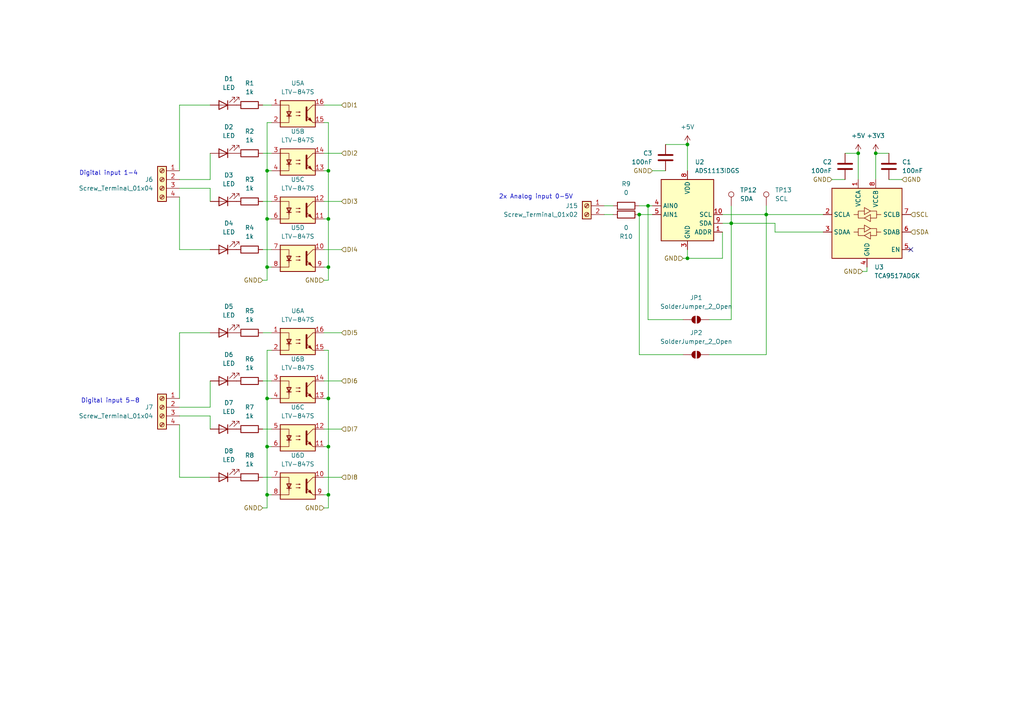
<source format=kicad_sch>
(kicad_sch (version 20250114) (generator "eeschema") (generator_version "9.0")
  (paper "A4")
  (title_block (title "controesp BASE") (date "2025-03-15") (rev "1") (comment 1 "1x display connector") (comment 2 "8x NO relay outputs; 2x 24V digital outputs") (comment 3 "8x 24V digital inputs; 2x 0-5V analog input") (comment 4 "24V supply"))
  (lib_symbols
    (symbol "Analog_ADC:ADS1113IDGS"
      (property "Reference" "U" (at 2.54 13.97 0))
      (property "Value" "ADS1113IDGS" (at 7.62 11.43 0))
      (symbol "ADS1113IDGS_0_1"
        (rectangle (start -7.62 10.16) (end 7.62 -7.62) (stroke (width 0.254)) (fill (type background)))
      )
      (symbol "ADS1113IDGS_1_1"
        (pin input line (at -10.16 2.54 0) (length 2.54) (name "AIN0") (number "4"))
        (pin input line (at -10.16 0 0) (length 2.54) (name "AIN1") (number "5"))
        (pin power_in line (at 0 12.7 270) (length 2.54) (name "VDD") (number "8"))
        (pin power_in line (at 0 -10.16 90) (length 2.54) (name "GND") (number "3"))
        (pin no_connect line (at 7.62 7.62 180) (length 2.54) (hide yes) (name "~") (number "2"))
        (pin no_connect line (at 7.62 5.08 180) (length 2.54) (hide yes) (name "~") (number "6"))
        (pin no_connect line (at 7.62 2.54 180) (length 2.54) (hide yes) (name "~") (number "7"))
        (pin input line (at 10.16 0 180) (length 2.54) (name "SCL") (number "10"))
        (pin bidirectional line (at 10.16 -2.54 180) (length 2.54) (name "SDA") (number "9"))
        (pin input line (at 10.16 -5.08 180) (length 2.54) (name "ADDR") (number "1"))
      )
    )
    (symbol "Connector:Screw_Terminal_01x02" (pin_names (offset 1.016) (hide yes))
      (property "Reference" "J" (at 0 2.54 0))
      (property "Value" "Screw_Terminal_01x02" (at 0 -5.08 0))
      (symbol "Screw_Terminal_01x02_1_1"
        (rectangle (start -1.27 1.27) (end 1.27 -3.81) (stroke (width 0.254)) (fill (type background)))
        (polyline (pts (xy -0.5334 0.3302) (xy 0.3302 -0.508)) (stroke (width 0.1524)))
        (polyline (pts (xy -0.5334 -2.2098) (xy 0.3302 -3.048)) (stroke (width 0.1524)))
        (polyline (pts (xy -0.3556 0.508) (xy 0.508 -0.3302)) (stroke (width 0.1524)))
        (polyline (pts (xy -0.3556 -2.032) (xy 0.508 -2.8702)) (stroke (width 0.1524)))
        (circle (center 0 0) (radius 0.635) (stroke (width 0.1524)))
        (circle (center 0 -2.54) (radius 0.635) (stroke (width 0.1524)))
        (pin passive line (at -5.08 0 0) (length 3.81) (name "Pin_1") (number "1"))
        (pin passive line (at -5.08 -2.54 0) (length 3.81) (name "Pin_2") (number "2"))
      )
    )
    (symbol "Connector:Screw_Terminal_01x04" (pin_names (offset 1.016) (hide yes))
      (property "Reference" "J" (at 0 5.08 0))
      (property "Value" "Screw_Terminal_01x04" (at 0 -7.62 0))
      (symbol "Screw_Terminal_01x04_1_1"
        (rectangle (start -1.27 3.81) (end 1.27 -6.35) (stroke (width 0.254)) (fill (type background)))
        (polyline (pts (xy -0.5334 2.8702) (xy 0.3302 2.032)) (stroke (width 0.1524)))
        (polyline (pts (xy -0.5334 0.3302) (xy 0.3302 -0.508)) (stroke (width 0.1524)))
        (polyline (pts (xy -0.5334 -2.2098) (xy 0.3302 -3.048)) (stroke (width 0.1524)))
        (polyline (pts (xy -0.5334 -4.7498) (xy 0.3302 -5.588)) (stroke (width 0.1524)))
        (polyline (pts (xy -0.3556 3.048) (xy 0.508 2.2098)) (stroke (width 0.1524)))
        (polyline (pts (xy -0.3556 0.508) (xy 0.508 -0.3302)) (stroke (width 0.1524)))
        (polyline (pts (xy -0.3556 -2.032) (xy 0.508 -2.8702)) (stroke (width 0.1524)))
        (polyline (pts (xy -0.3556 -4.572) (xy 0.508 -5.4102)) (stroke (width 0.1524)))
        (circle (center 0 2.54) (radius 0.635) (stroke (width 0.1524)))
        (circle (center 0 0) (radius 0.635) (stroke (width 0.1524)))
        (circle (center 0 -2.54) (radius 0.635) (stroke (width 0.1524)))
        (circle (center 0 -5.08) (radius 0.635) (stroke (width 0.1524)))
        (pin passive line (at -5.08 2.54 0) (length 3.81) (name "Pin_1") (number "1"))
        (pin passive line (at -5.08 0 0) (length 3.81) (name "Pin_2") (number "2"))
        (pin passive line (at -5.08 -2.54 0) (length 3.81) (name "Pin_3") (number "3"))
        (pin passive line (at -5.08 -5.08 0) (length 3.81) (name "Pin_4") (number "4"))
      )
    )
    (symbol "Connector:TestPoint" (pin_numbers (hide yes)) (pin_names (offset 0.762) (hide yes))
      (property "Reference" "TP" (at 0 6.858 0))
      (property "Value" "TestPoint" (at 0 5.08 0))
      (symbol "TestPoint_0_1"
        (circle (center 0 3.302) (radius 0.762))
      )
      (symbol "TestPoint_1_1"
        (pin passive line (at 0 0 90) (length 2.54) (name "1") (number "1"))
      )
    )
    (symbol "Device:C" (pin_numbers (hide yes)) (pin_names (offset 0.254))
      (property "Reference" "C" (at 0.635 2.54 0))
      (property "Value" "C" (at 0.635 -2.54 0))
      (symbol "C_0_1"
        (polyline (pts (xy -2.032 0.762) (xy 2.032 0.762)) (stroke (width 0.508)))
        (polyline (pts (xy -2.032 -0.762) (xy 2.032 -0.762)) (stroke (width 0.508)))
      )
      (symbol "C_1_1"
        (pin passive line (at 0 3.81 270) (length 2.794) (name "~") (number "1"))
        (pin passive line (at 0 -3.81 90) (length 2.794) (name "~") (number "2"))
      )
    )
    (symbol "Device:LED" (pin_numbers (hide yes)) (pin_names (offset 1.016) (hide yes))
      (property "Reference" "D" (at 0 2.54 0))
      (property "Value" "LED" (at 0 -2.54 0))
      (symbol "LED_0_1"
        (polyline (pts (xy -3.048 -0.762) (xy -4.572 -2.286) (xy -3.81 -2.286) (xy -4.572 -2.286) (xy -4.572 -1.524)))
        (polyline (pts (xy -1.778 -0.762) (xy -3.302 -2.286) (xy -2.54 -2.286) (xy -3.302 -2.286) (xy -3.302 -1.524)))
        (polyline (pts (xy -1.27 0) (xy 1.27 0)))
        (polyline (pts (xy -1.27 -1.27) (xy -1.27 1.27)) (stroke (width 0.254)))
        (polyline (pts (xy 1.27 -1.27) (xy 1.27 1.27) (xy -1.27 0) (xy 1.27 -1.27)) (stroke (width 0.254)))
      )
      (symbol "LED_1_1"
        (pin passive line (at -3.81 0 0) (length 2.54) (name "K") (number "1"))
        (pin passive line (at 3.81 0 180) (length 2.54) (name "A") (number "2"))
      )
    )
    (symbol "Device:R" (pin_numbers (hide yes)) (pin_names (offset 0))
      (property "Reference" "R" (at 2.032 0 90))
      (property "Value" "R" (at 0 0 90))
      (symbol "R_0_1"
        (rectangle (start -1.016 -2.54) (end 1.016 2.54) (stroke (width 0.254)))
      )
      (symbol "R_1_1"
        (pin passive line (at 0 3.81 270) (length 1.27) (name "~") (number "1"))
        (pin passive line (at 0 -3.81 90) (length 1.27) (name "~") (number "2"))
      )
    )
    (symbol "Isolator:LTV-847S" (pin_names (offset 1.016))
      (property "Reference" "U" (at -3.81 5.08 0))
      (property "Value" "LTV-847S" (at 0 -5.08 0))
      (symbol "LTV-847S_0_1"
        (rectangle (start -5.08 3.81) (end 5.08 -3.81) (stroke (width 0.254)) (fill (type background)))
        (polyline (pts (xy -5.08 2.54) (xy -2.54 2.54) (xy -2.54 -1.27) (xy -2.54 0.635)))
        (polyline (pts (xy -3.175 -0.635) (xy -1.905 -0.635)) (stroke (width 0.254)))
        (polyline (pts (xy -2.54 -0.635) (xy -2.54 -2.54) (xy -5.08 -2.54)))
        (polyline (pts (xy -2.54 -0.635) (xy -3.175 0.635) (xy -1.905 0.635) (xy -2.54 -0.635)) (stroke (width 0.254)))
        (polyline (pts (xy -0.508 0.508) (xy 0.762 0.508) (xy 0.381 0.381) (xy 0.381 0.635) (xy 0.762 0.508)))
        (polyline (pts (xy -0.508 -0.508) (xy 0.762 -0.508) (xy 0.381 -0.635) (xy 0.381 -0.381) (xy 0.762 -0.508)))
        (polyline (pts (xy 2.54 1.905) (xy 2.54 -1.905) (xy 2.54 -1.905)) (stroke (width 0.508)))
        (polyline (pts (xy 2.54 0.635) (xy 4.445 2.54)))
        (polyline (pts (xy 3.048 -1.651) (xy 3.556 -1.143) (xy 4.064 -2.159) (xy 3.048 -1.651) (xy 3.048 -1.651)) (fill (type outline)))
        (polyline (pts (xy 4.445 2.54) (xy 5.08 2.54)))
        (polyline (pts (xy 4.445 -2.54) (xy 2.54 -0.635)) (fill (type outline)))
        (polyline (pts (xy 4.445 -2.54) (xy 5.08 -2.54)))
      )
      (symbol "LTV-847S_1_1"
        (pin passive line (at -7.62 2.54 0) (length 2.54) (name "~") (number "1"))
        (pin passive line (at -7.62 -2.54 0) (length 2.54) (name "~") (number "2"))
        (pin passive line (at 7.62 2.54 180) (length 2.54) (name "~") (number "16"))
        (pin passive line (at 7.62 -2.54 180) (length 2.54) (name "~") (number "15"))
      )
      (symbol "LTV-847S_2_1"
        (pin passive line (at -7.62 2.54 0) (length 2.54) (name "~") (number "3"))
        (pin passive line (at -7.62 -2.54 0) (length 2.54) (name "~") (number "4"))
        (pin passive line (at 7.62 2.54 180) (length 2.54) (name "~") (number "14"))
        (pin passive line (at 7.62 -2.54 180) (length 2.54) (name "~") (number "13"))
      )
      (symbol "LTV-847S_3_1"
        (pin passive line (at -7.62 2.54 0) (length 2.54) (name "~") (number "5"))
        (pin passive line (at -7.62 -2.54 0) (length 2.54) (name "~") (number "6"))
        (pin passive line (at 7.62 2.54 180) (length 2.54) (name "~") (number "12"))
        (pin passive line (at 7.62 -2.54 180) (length 2.54) (name "~") (number "11"))
      )
      (symbol "LTV-847S_4_1"
        (pin passive line (at -7.62 2.54 0) (length 2.54) (name "~") (number "7"))
        (pin passive line (at -7.62 -2.54 0) (length 2.54) (name "~") (number "8"))
        (pin passive line (at 7.62 2.54 180) (length 2.54) (name "~") (number "10"))
        (pin passive line (at 7.62 -2.54 180) (length 2.54) (name "~") (number "9"))
      )
    )
    (symbol "Jumper:SolderJumper_2_Open" (pin_numbers (hide yes)) (pin_names (offset 0) (hide yes)) (exclude_from_sim yes) (in_bom no)
      (property "Reference" "JP" (at 0 2.032 0))
      (property "Value" "SolderJumper_2_Open" (at 0 -2.54 0))
      (symbol "SolderJumper_2_Open_0_1"
        (polyline (pts (xy -0.254 1.016) (xy -0.254 -1.016)))
        (arc (start -0.254 -1.016) (mid -1.2656 0) (end -0.254 1.016))
        (arc (start -0.254 -1.016) (mid -1.2656 0) (end -0.254 1.016) (fill (type outline)))
        (arc (start 0.254 1.016) (mid 1.2656 0) (end 0.254 -1.016))
        (arc (start 0.254 1.016) (mid 1.2656 0) (end 0.254 -1.016) (fill (type outline)))
        (polyline (pts (xy 0.254 1.016) (xy 0.254 -1.016)))
      )
      (symbol "SolderJumper_2_Open_1_1"
        (pin passive line (at -3.81 0 0) (length 2.54) (name "A") (number "1"))
        (pin passive line (at 3.81 0 180) (length 2.54) (name "B") (number "2"))
      )
    )
    (symbol "Logic_LevelTranslator:TCA9517ADGK"
      (property "Reference" "U" (at -10.16 11.43 0))
      (property "Value" "TCA9517ADGK" (at 1.27 -11.43 0))
      (symbol "TCA9517ADGK_1_1"
        (rectangle (start -10.16 10.16) (end 10.16 -10.16) (stroke (width 0.254)) (fill (type background)))
        (polyline (pts (xy -2.54 2.54) (xy -2.54 3.556) (xy -0.762 3.556)))
        (polyline (pts (xy -2.54 -2.54) (xy -2.54 -1.524) (xy -0.762 -1.524)))
        (polyline (pts (xy -0.762 2.54) (xy -0.762 4.572) (xy 1.016 3.556) (xy -0.762 2.54)))
        (polyline (pts (xy -0.762 1.524) (xy -2.54 1.524) (xy -2.54 2.54) (xy -3.81 2.54)))
        (polyline (pts (xy -0.762 -2.54) (xy -0.762 -0.508) (xy 1.016 -1.524) (xy -0.762 -2.54)))
        (polyline (pts (xy -0.762 -3.556) (xy -2.54 -3.556) (xy -2.54 -2.54) (xy -3.81 -2.54)))
        (polyline (pts (xy 1.016 3.556) (xy 2.794 3.556) (xy 2.794 2.54) (xy 4.064 2.54)))
        (polyline (pts (xy 1.016 2.54) (xy 1.016 0.762) (xy 1.016 0.508) (xy -0.762 1.524) (xy 1.016 2.54)))
        (polyline (pts (xy 1.016 -1.524) (xy 2.794 -1.524) (xy 2.794 -2.54) (xy 4.064 -2.54)))
        (polyline (pts (xy 1.016 -2.54) (xy 1.016 -4.318) (xy 1.016 -4.572) (xy -0.762 -3.556) (xy 1.016 -2.54)))
        (polyline (pts (xy 2.794 2.54) (xy 2.794 1.524) (xy 1.016 1.524)))
        (polyline (pts (xy 2.794 -2.54) (xy 2.794 -3.556) (xy 1.016 -3.556)))
        (pin bidirectional line (at -12.7 2.54 0) (length 2.54) (name "SCLA") (number "2"))
        (pin bidirectional line (at -12.7 -2.54 0) (length 2.54) (name "SDAA") (number "3"))
        (pin power_in line (at -2.54 12.7 270) (length 2.54) (name "VCCA") (number "1"))
        (pin power_in line (at 0 -12.7 90) (length 2.54) (name "GND") (number "4"))
        (pin power_in line (at 2.54 12.7 270) (length 2.54) (name "VCCB") (number "8"))
        (pin bidirectional line (at 12.7 2.54 180) (length 2.54) (name "SCLB") (number "7"))
        (pin bidirectional line (at 12.7 -2.54 180) (length 2.54) (name "SDAB") (number "6"))
        (pin passive line (at 12.7 -7.62 180) (length 2.54) (name "EN") (number "5"))
      )
    )
    (symbol "power:+3V3" (power) (pin_numbers (hide yes)) (pin_names (offset 0) (hide yes))
      (property "Value" "+3V3" (at 0 3.556 0))
      (symbol "+3V3_0_1"
        (polyline (pts (xy -0.762 1.27) (xy 0 2.54)))
        (polyline (pts (xy 0 2.54) (xy 0.762 1.27)))
        (polyline (pts (xy 0 0) (xy 0 2.54)))
      )
      (symbol "+3V3_1_1"
        (pin power_in line (at 0 0 90) (length 0) (name "~") (number "1"))
      )
    )
    (symbol "power:+5V" (power) (pin_numbers (hide yes)) (pin_names (offset 0) (hide yes))
      (property "Value" "+5V" (at 0 3.556 0))
      (symbol "+5V_0_1"
        (polyline (pts (xy -0.762 1.27) (xy 0 2.54)))
        (polyline (pts (xy 0 2.54) (xy 0.762 1.27)))
        (polyline (pts (xy 0 0) (xy 0 2.54)))
      )
      (symbol "+5V_1_1"
        (pin power_in line (at 0 0 90) (length 0) (name "~") (number "1"))
      )
    )
  )
  (text "2x Analog input 0-5V" (at 155.448 57.15 0) (effects (font (size 1.27 1.27))))
  (text "Digital input 5-8" (at 32.004 116.332 0) (effects (font (size 1.27 1.27))))
  (text "Digital input 1-4" (at 31.496 50.292 0) (effects (font (size 1.27 1.27))))
  (junction (at 212.09 64.77))
  (junction (at 77.47 115.57))
  (junction (at 95.25 77.47))
  (junction (at 95.25 63.5))
  (junction (at 199.39 41.91))
  (junction (at 254 44.45))
  (junction (at 95.25 129.54))
  (junction (at 187.96 59.69))
  (junction (at 77.47 63.5))
  (junction (at 185.42 62.23))
  (junction (at 248.92 44.45))
  (junction (at 77.47 77.47))
  (junction (at 77.47 129.54))
  (junction (at 95.25 49.53))
  (junction (at 95.25 115.57))
  (junction (at 222.25 62.23))
  (junction (at 77.47 49.53))
  (junction (at 77.47 143.51))
  (junction (at 199.39 74.93))
  (junction (at 95.25 143.51))
  (no_connect (at 264.16 72.39))
  (wire (pts (xy 95.25 35.56) (xy 95.25 49.53)))
  (wire (pts (xy 93.98 72.39) (xy 99.06 72.39)))
  (wire (pts (xy 175.26 62.23) (xy 177.8 62.23)))
  (wire (pts (xy 95.25 63.5) (xy 95.25 77.47)))
  (wire (pts (xy 224.79 67.31) (xy 224.79 64.77)))
  (wire (pts (xy 187.96 92.71) (xy 187.96 59.69)))
  (wire (pts (xy 224.79 67.31) (xy 238.76 67.31)))
  (wire (pts (xy 185.42 62.23) (xy 189.23 62.23)))
  (wire (pts (xy 254 44.45) (xy 257.81 44.45)))
  (wire (pts (xy 52.07 120.65) (xy 60.96 120.65)))
  (wire (pts (xy 52.07 49.53) (xy 52.07 30.48)))
  (wire (pts (xy 93.98 58.42) (xy 99.06 58.42)))
  (wire (pts (xy 77.47 101.6) (xy 77.47 115.57)))
  (wire (pts (xy 93.98 124.46) (xy 99.06 124.46)))
  (wire (pts (xy 77.47 143.51) (xy 78.74 143.51)))
  (wire (pts (xy 76.2 147.32) (xy 77.47 147.32)))
  (wire (pts (xy 198.12 74.93) (xy 199.39 74.93)))
  (wire (pts (xy 77.47 63.5) (xy 78.74 63.5)))
  (wire (pts (xy 185.42 59.69) (xy 187.96 59.69)))
  (wire (pts (xy 76.2 30.48) (xy 78.74 30.48)))
  (wire (pts (xy 212.09 92.71) (xy 212.09 64.77)))
  (wire (pts (xy 77.47 77.47) (xy 77.47 81.28)))
  (wire (pts (xy 93.98 101.6) (xy 95.25 101.6)))
  (wire (pts (xy 95.25 129.54) (xy 95.25 143.51)))
  (wire (pts (xy 60.96 52.07) (xy 60.96 44.45)))
  (wire (pts (xy 93.98 138.43) (xy 99.06 138.43)))
  (wire (pts (xy 77.47 129.54) (xy 78.74 129.54)))
  (wire (pts (xy 60.96 110.49) (xy 60.96 118.11)))
  (wire (pts (xy 209.55 62.23) (xy 222.25 62.23)))
  (wire (pts (xy 198.12 92.71) (xy 187.96 92.71)))
  (wire (pts (xy 222.25 59.69) (xy 222.25 62.23)))
  (wire (pts (xy 77.47 49.53) (xy 78.74 49.53)))
  (wire (pts (xy 198.12 102.87) (xy 185.42 102.87)))
  (wire (pts (xy 209.55 74.93) (xy 199.39 74.93)))
  (wire (pts (xy 222.25 62.23) (xy 238.76 62.23)))
  (wire (pts (xy 205.74 102.87) (xy 222.25 102.87)))
  (wire (pts (xy 52.07 72.39) (xy 60.96 72.39)))
  (wire (pts (xy 52.07 52.07) (xy 60.96 52.07)))
  (wire (pts (xy 241.3 52.07) (xy 245.11 52.07)))
  (wire (pts (xy 76.2 44.45) (xy 78.74 44.45)))
  (wire (pts (xy 52.07 57.15) (xy 52.07 72.39)))
  (wire (pts (xy 187.96 59.69) (xy 189.23 59.69)))
  (wire (pts (xy 205.74 92.71) (xy 212.09 92.71)))
  (wire (pts (xy 76.2 72.39) (xy 78.74 72.39)))
  (wire (pts (xy 175.26 59.69) (xy 177.8 59.69)))
  (wire (pts (xy 95.25 49.53) (xy 95.25 63.5)))
  (wire (pts (xy 212.09 64.77) (xy 209.55 64.77)))
  (wire (pts (xy 60.96 96.52) (xy 52.07 96.52)))
  (wire (pts (xy 60.96 54.61) (xy 60.96 58.42)))
  (wire (pts (xy 185.42 102.87) (xy 185.42 62.23)))
  (wire (pts (xy 52.07 123.19) (xy 52.07 138.43)))
  (wire (pts (xy 77.47 49.53) (xy 77.47 63.5)))
  (wire (pts (xy 251.46 78.74) (xy 251.46 77.47)))
  (wire (pts (xy 212.09 64.77) (xy 224.79 64.77)))
  (wire (pts (xy 76.2 58.42) (xy 78.74 58.42)))
  (wire (pts (xy 60.96 118.11) (xy 52.07 118.11)))
  (wire (pts (xy 93.98 49.53) (xy 95.25 49.53)))
  (wire (pts (xy 189.23 49.53) (xy 193.04 49.53)))
  (wire (pts (xy 77.47 77.47) (xy 78.74 77.47)))
  (wire (pts (xy 95.25 101.6) (xy 95.25 115.57)))
  (wire (pts (xy 93.98 35.56) (xy 95.25 35.56)))
  (wire (pts (xy 93.98 44.45) (xy 99.06 44.45)))
  (wire (pts (xy 52.07 54.61) (xy 60.96 54.61)))
  (wire (pts (xy 77.47 115.57) (xy 77.47 129.54)))
  (wire (pts (xy 93.98 30.48) (xy 99.06 30.48)))
  (wire (pts (xy 193.04 41.91) (xy 199.39 41.91)))
  (wire (pts (xy 52.07 138.43) (xy 60.96 138.43)))
  (wire (pts (xy 77.47 35.56) (xy 77.47 49.53)))
  (wire (pts (xy 77.47 115.57) (xy 78.74 115.57)))
  (wire (pts (xy 76.2 96.52) (xy 78.74 96.52)))
  (wire (pts (xy 199.39 74.93) (xy 199.39 72.39)))
  (wire (pts (xy 93.98 147.32) (xy 95.25 147.32)))
  (wire (pts (xy 222.25 102.87) (xy 222.25 62.23)))
  (wire (pts (xy 209.55 67.31) (xy 209.55 74.93)))
  (wire (pts (xy 93.98 77.47) (xy 95.25 77.47)))
  (wire (pts (xy 93.98 129.54) (xy 95.25 129.54)))
  (wire (pts (xy 76.2 110.49) (xy 78.74 110.49)))
  (wire (pts (xy 78.74 101.6) (xy 77.47 101.6)))
  (wire (pts (xy 93.98 96.52) (xy 99.06 96.52)))
  (wire (pts (xy 93.98 115.57) (xy 95.25 115.57)))
  (wire (pts (xy 95.25 143.51) (xy 95.25 147.32)))
  (wire (pts (xy 77.47 129.54) (xy 77.47 143.51)))
  (wire (pts (xy 245.11 44.45) (xy 248.92 44.45)))
  (wire (pts (xy 257.81 52.07) (xy 261.62 52.07)))
  (wire (pts (xy 76.2 138.43) (xy 78.74 138.43)))
  (wire (pts (xy 250.19 78.74) (xy 251.46 78.74)))
  (wire (pts (xy 254 44.45) (xy 254 52.07)))
  (wire (pts (xy 95.25 115.57) (xy 95.25 129.54)))
  (wire (pts (xy 78.74 35.56) (xy 77.47 35.56)))
  (wire (pts (xy 95.25 77.47) (xy 95.25 81.28)))
  (wire (pts (xy 77.47 143.51) (xy 77.47 147.32)))
  (wire (pts (xy 76.2 124.46) (xy 78.74 124.46)))
  (wire (pts (xy 77.47 63.5) (xy 77.47 77.47)))
  (wire (pts (xy 199.39 41.91) (xy 199.39 49.53)))
  (wire (pts (xy 212.09 59.69) (xy 212.09 64.77)))
  (wire (pts (xy 52.07 30.48) (xy 60.96 30.48)))
  (wire (pts (xy 93.98 81.28) (xy 95.25 81.28)))
  (wire (pts (xy 248.92 44.45) (xy 248.92 52.07)))
  (wire (pts (xy 76.2 81.28) (xy 77.47 81.28)))
  (wire (pts (xy 52.07 96.52) (xy 52.07 115.57)))
  (wire (pts (xy 93.98 143.51) (xy 95.25 143.51)))
  (wire (pts (xy 93.98 63.5) (xy 95.25 63.5)))
  (wire (pts (xy 60.96 120.65) (xy 60.96 124.46)))
  (wire (pts (xy 93.98 110.49) (xy 99.06 110.49)))
  (hierarchical_label "GND" (shape input) (at 76.2 147.32 180))
  (hierarchical_label "GND" (shape input) (at 93.98 81.28 180))
  (hierarchical_label "DI1" (shape input) (at 99.06 30.48 0))
  (hierarchical_label "DI2" (shape input) (at 99.06 44.45 0))
  (hierarchical_label "SDA" (shape input) (at 264.16 67.31 0))
  (hierarchical_label "GND" (shape input) (at 76.2 81.28 180))
  (hierarchical_label "GND" (shape input) (at 241.3 52.07 180))
  (hierarchical_label "GND" (shape input) (at 189.23 49.53 180))
  (hierarchical_label "DI4" (shape input) (at 99.06 72.39 0))
  (hierarchical_label "GND" (shape input) (at 198.12 74.93 180))
  (hierarchical_label "DI5" (shape input) (at 99.06 96.52 0))
  (hierarchical_label "SCL" (shape input) (at 264.16 62.23 0))
  (hierarchical_label "GND" (shape input) (at 93.98 147.32 180))
  (hierarchical_label "GND" (shape input) (at 250.19 78.74 180))
  (hierarchical_label "DI8" (shape input) (at 99.06 138.43 0))
  (hierarchical_label "DI7" (shape input) (at 99.06 124.46 0))
  (hierarchical_label "GND" (shape input) (at 261.62 52.07 0))
  (hierarchical_label "DI6" (shape input) (at 99.06 110.49 0))
  (hierarchical_label "DI3" (shape input) (at 99.06 58.42 0))
  (symbol (lib_id "power:+5V") (at 199.39 41.91 0) (unit 1)
    (property "Reference" "#PWR015" (effects (hide yes)))
    (property "Value" "+5V" (at 199.39 36.83 0))
    (property "Description" "Power symbol creates a global label with name \"+5V\"" (effects (hide yes)))
  )
  (symbol (lib_id "Device:LED") (at 64.77 110.49 180) (unit 1)
    (property "Reference" "D6" (at 66.3575 102.87 0))
    (property "Value" "LED" (at 66.3575 105.41 0))
    (property "Footprint" "LED_SMD:LED_1206_3216Metric" (effects (hide yes)))
    (property "Description" "Light emitting diode" (effects (hide yes)))
    (property "Sim.Pins" "1=K 2=A" (effects (hide yes)))
  )
  (symbol (lib_id "Jumper:SolderJumper_2_Open") (at 201.93 92.71 0) (unit 1) (exclude_from_sim yes) (in_bom no)
    (property "Reference" "JP1" (at 201.93 86.36 0))
    (property "Value" "SolderJumper_2_Open" (at 201.93 88.9 0))
    (property "Description" "Solder Jumper, 2-pole, open" (effects (hide yes)))
  )
  (symbol (lib_id "Isolator:LTV-847S") (at 86.36 46.99 0) (unit 2)
    (property "Reference" "U5" (at 86.36 38.1 0))
    (property "Value" "LTV-847S" (at 86.36 40.64 0))
    (property "Footprint" "Package_DIP:SMDIP-16_W9.53mm" (effects (hide yes)))
    (property "Datasheet" "http://www.us.liteon.com/downloads/LTV-817-827-847.PDF" (effects (hide yes)))
    (property "Description" "DC Optocoupler, Vce 35V, CTR 50%, SMDIP-16" (effects (hide yes)))
  )
  (symbol (lib_id "Device:R") (at 181.61 62.23 90) (mirror x) (unit 1)
    (property "Reference" "R10" (at 181.61 68.58 90))
    (property "Value" "0" (at 181.61 66.04 90))
    (property "Footprint" "Resistor_SMD:R_0805_2012Metric_Pad1.20x1.40mm_HandSolder" (effects (hide yes)))
    (property "Description" "Resistor" (effects (hide yes)))
  )
  (symbol (lib_id "Device:R") (at 72.39 30.48 90) (unit 1)
    (property "Reference" "R1" (at 72.39 24.13 90))
    (property "Value" "1k" (at 72.39 26.67 90))
    (property "Footprint" "Resistor_SMD:R_0805_2012Metric" (effects (hide yes)))
    (property "Description" "Resistor" (effects (hide yes)))
  )
  (symbol (lib_id "Isolator:LTV-847S") (at 86.36 33.02 0) (unit 1)
    (property "Reference" "U5" (at 86.36 24.13 0))
    (property "Value" "LTV-847S" (at 86.36 26.67 0))
    (property "Footprint" "Package_DIP:SMDIP-16_W9.53mm" (effects (hide yes)))
    (property "Datasheet" "http://www.us.liteon.com/downloads/LTV-817-827-847.PDF" (effects (hide yes)))
    (property "Description" "DC Optocoupler, Vce 35V, CTR 50%, SMDIP-16" (effects (hide yes)))
  )
  (symbol (lib_id "Analog_ADC:ADS1113IDGS") (at 199.39 62.23 0) (unit 1)
    (property "Reference" "U2" (at 201.5333 46.99 0) (effects (justify left)))
    (property "Value" "ADS1113IDGS" (at 201.5333 49.53 0) (effects (justify left)))
    (property "Footprint" "Package_SO:TSSOP-10_3x3mm_P0.5mm" (effects (hide yes)))
    (property "Datasheet" "http://www.ti.com/lit/ds/symlink/ads1113.pdf" (effects (hide yes)))
    (property "Description" "Ultra-Small, Low-Power, I2C-Compatible, 860-SPS, 16-Bit ADCs With Internal Reference and Oscillator, VSSOP-10" (effects (hide yes)))
  )
  (symbol (lib_id "Device:LED") (at 64.77 58.42 180) (unit 1)
    (property "Reference" "D3" (at 66.3575 50.8 0))
    (property "Value" "LED" (at 66.3575 53.34 0))
    (property "Footprint" "LED_SMD:LED_1206_3216Metric" (effects (hide yes)))
    (property "Description" "Light emitting diode" (effects (hide yes)))
    (property "Sim.Pins" "1=K 2=A" (effects (hide yes)))
  )
  (symbol (lib_id "Logic_LevelTranslator:TCA9517ADGK") (at 251.46 64.77 0) (unit 1)
    (property "Reference" "U3" (at 253.6033 77.47 0) (effects (justify left)))
    (property "Value" "TCA9517ADGK" (at 253.6033 80.01 0) (effects (justify left)))
    (property "Footprint" "Package_SO:VSSOP-8_3x3mm_P0.65mm" (effects (hide yes)))
    (property "Datasheet" "https://www.ti.com/lit/ds/symlink/tca9517a.pdf" (effects (hide yes)))
    (property "Description" "Level-Translating I2C Bus Buffer/Repeater, VSSOP-8" (effects (hide yes)))
  )
  (symbol (lib_id "Device:LED") (at 64.77 44.45 180) (unit 1)
    (property "Reference" "D2" (at 66.3575 36.83 0))
    (property "Value" "LED" (at 66.3575 39.37 0))
    (property "Footprint" "LED_SMD:LED_1206_3216Metric" (effects (hide yes)))
    (property "Description" "Light emitting diode" (effects (hide yes)))
    (property "Sim.Pins" "1=K 2=A" (effects (hide yes)))
  )
  (symbol (lib_id "Connector:Screw_Terminal_01x04") (at 46.99 52.07 0) (mirror y) (unit 1)
    (property "Reference" "J6" (at 44.45 52.0699 0) (effects (justify left)))
    (property "Value" "Screw_Terminal_01x04" (at 44.45 54.6099 0) (effects (justify left)))
    (property "Description" "Generic screw terminal, single row, 01x04, script generated (kicad-library-utils/schlib/autogen/connector/)" (effects (hide yes)))
  )
  (symbol (lib_id "Connector:TestPoint") (at 212.09 59.69 0) (unit 1)
    (property "Reference" "TP12" (at 214.63 55.1179 0) (effects (justify left)))
    (property "Value" "SDA" (at 214.63 57.6579 0) (effects (justify left)))
    (property "Description" "test point" (effects (hide yes)))
  )
  (symbol (lib_id "Device:C") (at 257.81 48.26 0) (unit 1)
    (property "Reference" "C1" (at 261.62 46.9899 0) (effects (justify left)))
    (property "Value" "100nF" (at 261.62 49.5299 0) (effects (justify left)))
    (property "Footprint" "Capacitor_SMD:C_0805_2012Metric_Pad1.18x1.45mm_HandSolder" (effects (hide yes)))
    (property "Description" "Unpolarized capacitor" (effects (hide yes)))
  )
  (symbol (lib_id "Connector:Screw_Terminal_01x04") (at 46.99 118.11 0) (mirror y) (unit 1)
    (property "Reference" "J7" (at 44.45 118.1099 0) (effects (justify left)))
    (property "Value" "Screw_Terminal_01x04" (at 44.45 120.6499 0) (effects (justify left)))
    (property "Description" "Generic screw terminal, single row, 01x04, script generated (kicad-library-utils/schlib/autogen/connector/)" (effects (hide yes)))
  )
  (symbol (lib_id "Device:R") (at 72.39 72.39 90) (unit 1)
    (property "Reference" "R4" (at 72.39 66.04 90))
    (property "Value" "1k" (at 72.39 68.58 90))
    (property "Footprint" "Resistor_SMD:R_0805_2012Metric" (effects (hide yes)))
    (property "Description" "Resistor" (effects (hide yes)))
  )
  (symbol (lib_id "Device:R") (at 72.39 110.49 90) (unit 1)
    (property "Reference" "R6" (at 72.39 104.14 90))
    (property "Value" "1k" (at 72.39 106.68 90))
    (property "Footprint" "Resistor_SMD:R_0805_2012Metric" (effects (hide yes)))
    (property "Description" "Resistor" (effects (hide yes)))
  )
  (symbol (lib_id "Connector:TestPoint") (at 222.25 59.69 0) (unit 1)
    (property "Reference" "TP13" (at 224.79 55.1179 0) (effects (justify left)))
    (property "Value" "SCL" (at 224.79 57.6579 0) (effects (justify left)))
    (property "Description" "test point" (effects (hide yes)))
  )
  (symbol (lib_id "Isolator:LTV-847S") (at 86.36 99.06 0) (unit 1)
    (property "Reference" "U6" (at 86.36 90.17 0))
    (property "Value" "LTV-847S" (at 86.36 92.71 0))
    (property "Footprint" "Package_DIP:SMDIP-16_W9.53mm" (effects (hide yes)))
    (property "Datasheet" "http://www.us.liteon.com/downloads/LTV-817-827-847.PDF" (effects (hide yes)))
    (property "Description" "DC Optocoupler, Vce 35V, CTR 50%, SMDIP-16" (effects (hide yes)))
  )
  (symbol (lib_id "Connector:Screw_Terminal_01x02") (at 170.18 59.69 0) (mirror y) (unit 1)
    (property "Reference" "J15" (at 167.64 59.6899 0) (effects (justify left)))
    (property "Value" "Screw_Terminal_01x02" (at 167.64 62.2299 0) (effects (justify left)))
    (property "Description" "Generic screw terminal, single row, 01x02, script generated (kicad-library-utils/schlib/autogen/connector/)" (effects (hide yes)))
  )
  (symbol (lib_id "Isolator:LTV-847S") (at 86.36 74.93 0) (unit 4)
    (property "Reference" "U5" (at 86.36 66.04 0))
    (property "Value" "LTV-847S" (at 86.36 68.58 0))
    (property "Footprint" "Package_DIP:SMDIP-16_W9.53mm" (effects (hide yes)))
    (property "Datasheet" "http://www.us.liteon.com/downloads/LTV-817-827-847.PDF" (effects (hide yes)))
    (property "Description" "DC Optocoupler, Vce 35V, CTR 50%, SMDIP-16" (effects (hide yes)))
  )
  (symbol (lib_id "Device:LED") (at 64.77 124.46 180) (unit 1)
    (property "Reference" "D7" (at 66.3575 116.84 0))
    (property "Value" "LED" (at 66.3575 119.38 0))
    (property "Footprint" "LED_SMD:LED_1206_3216Metric" (effects (hide yes)))
    (property "Description" "Light emitting diode" (effects (hide yes)))
    (property "Sim.Pins" "1=K 2=A" (effects (hide yes)))
  )
  (symbol (lib_id "Device:R") (at 181.61 59.69 90) (unit 1)
    (property "Reference" "R9" (at 181.61 53.34 90))
    (property "Value" "0" (at 181.61 55.88 90))
    (property "Footprint" "Resistor_SMD:R_0805_2012Metric_Pad1.20x1.40mm_HandSolder" (effects (hide yes)))
    (property "Description" "Resistor" (effects (hide yes)))
  )
  (symbol (lib_id "power:+5V") (at 248.92 44.45 0) (unit 1)
    (property "Reference" "#PWR029" (effects (hide yes)))
    (property "Value" "+5V" (at 248.92 39.37 0))
    (property "Description" "Power symbol creates a global label with name \"+5V\"" (effects (hide yes)))
  )
  (symbol (lib_id "Isolator:LTV-847S") (at 86.36 60.96 0) (unit 3)
    (property "Reference" "U5" (at 86.36 52.07 0))
    (property "Value" "LTV-847S" (at 86.36 54.61 0))
    (property "Footprint" "Package_DIP:SMDIP-16_W9.53mm" (effects (hide yes)))
    (property "Datasheet" "http://www.us.liteon.com/downloads/LTV-817-827-847.PDF" (effects (hide yes)))
    (property "Description" "DC Optocoupler, Vce 35V, CTR 50%, SMDIP-16" (effects (hide yes)))
  )
  (symbol (lib_id "Device:C") (at 245.11 48.26 0) (mirror y) (unit 1)
    (property "Reference" "C2" (at 241.3 46.9899 0) (effects (justify left)))
    (property "Value" "100nF" (at 241.3 49.5299 0) (effects (justify left)))
    (property "Footprint" "Capacitor_SMD:C_0805_2012Metric_Pad1.18x1.45mm_HandSolder" (effects (hide yes)))
    (property "Description" "Unpolarized capacitor" (effects (hide yes)))
  )
  (symbol (lib_id "Device:R") (at 72.39 124.46 90) (unit 1)
    (property "Reference" "R7" (at 72.39 118.11 90))
    (property "Value" "1k" (at 72.39 120.65 90))
    (property "Footprint" "Resistor_SMD:R_0805_2012Metric" (effects (hide yes)))
    (property "Description" "Resistor" (effects (hide yes)))
  )
  (symbol (lib_id "power:+3V3") (at 254 44.45 0) (unit 1)
    (property "Reference" "#PWR028" (effects (hide yes)))
    (property "Value" "+3V3" (at 254 39.37 0))
    (property "Description" "Power symbol creates a global label with name \"+3V3\"" (effects (hide yes)))
  )
  (symbol (lib_id "Isolator:LTV-847S") (at 86.36 113.03 0) (unit 2)
    (property "Reference" "U6" (at 86.36 104.14 0))
    (property "Value" "LTV-847S" (at 86.36 106.68 0))
    (property "Footprint" "Package_DIP:SMDIP-16_W9.53mm" (effects (hide yes)))
    (property "Datasheet" "http://www.us.liteon.com/downloads/LTV-817-827-847.PDF" (effects (hide yes)))
    (property "Description" "DC Optocoupler, Vce 35V, CTR 50%, SMDIP-16" (effects (hide yes)))
  )
  (symbol (lib_id "Device:R") (at 72.39 138.43 90) (unit 1)
    (property "Reference" "R8" (at 72.39 132.08 90))
    (property "Value" "1k" (at 72.39 134.62 90))
    (property "Footprint" "Resistor_SMD:R_0805_2012Metric" (effects (hide yes)))
    (property "Description" "Resistor" (effects (hide yes)))
  )
  (symbol (lib_id "Device:LED") (at 64.77 72.39 180) (unit 1)
    (property "Reference" "D4" (at 66.3575 64.77 0))
    (property "Value" "LED" (at 66.3575 67.31 0))
    (property "Footprint" "LED_SMD:LED_1206_3216Metric" (effects (hide yes)))
    (property "Description" "Light emitting diode" (effects (hide yes)))
    (property "Sim.Pins" "1=K 2=A" (effects (hide yes)))
  )
  (symbol (lib_id "Isolator:LTV-847S") (at 86.36 127 0) (unit 3)
    (property "Reference" "U6" (at 86.36 118.11 0))
    (property "Value" "LTV-847S" (at 86.36 120.65 0))
    (property "Footprint" "Package_DIP:SMDIP-16_W9.53mm" (effects (hide yes)))
    (property "Datasheet" "http://www.us.liteon.com/downloads/LTV-817-827-847.PDF" (effects (hide yes)))
    (property "Description" "DC Optocoupler, Vce 35V, CTR 50%, SMDIP-16" (effects (hide yes)))
  )
  (symbol (lib_id "Device:R") (at 72.39 44.45 90) (unit 1)
    (property "Reference" "R2" (at 72.39 38.1 90))
    (property "Value" "1k" (at 72.39 40.64 90))
    (property "Footprint" "Resistor_SMD:R_0805_2012Metric" (effects (hide yes)))
    (property "Description" "Resistor" (effects (hide yes)))
  )
  (symbol (lib_id "Device:C") (at 193.04 45.72 0) (mirror y) (unit 1)
    (property "Reference" "C3" (at 189.23 44.4499 0) (effects (justify left)))
    (property "Value" "100nF" (at 189.23 46.9899 0) (effects (justify left)))
    (property "Footprint" "Capacitor_SMD:C_0805_2012Metric_Pad1.18x1.45mm_HandSolder" (effects (hide yes)))
    (property "Description" "Unpolarized capacitor" (effects (hide yes)))
  )
  (symbol (lib_id "Device:LED") (at 64.77 96.52 180) (unit 1)
    (property "Reference" "D5" (at 66.3575 88.9 0))
    (property "Value" "LED" (at 66.3575 91.44 0))
    (property "Footprint" "LED_SMD:LED_1206_3216Metric" (effects (hide yes)))
    (property "Description" "Light emitting diode" (effects (hide yes)))
    (property "Sim.Pins" "1=K 2=A" (effects (hide yes)))
  )
  (symbol (lib_id "Device:R") (at 72.39 58.42 90) (unit 1)
    (property "Reference" "R3" (at 72.39 52.07 90))
    (property "Value" "1k" (at 72.39 54.61 90))
    (property "Footprint" "Resistor_SMD:R_0805_2012Metric" (effects (hide yes)))
    (property "Description" "Resistor" (effects (hide yes)))
  )
  (symbol (lib_id "Device:LED") (at 64.77 138.43 180) (unit 1)
    (property "Reference" "D8" (at 66.3575 130.81 0))
    (property "Value" "LED" (at 66.3575 133.35 0))
    (property "Footprint" "LED_SMD:LED_1206_3216Metric" (effects (hide yes)))
    (property "Description" "Light emitting diode" (effects (hide yes)))
    (property "Sim.Pins" "1=K 2=A" (effects (hide yes)))
  )
  (symbol (lib_id "Isolator:LTV-847S") (at 86.36 140.97 0) (unit 4)
    (property "Reference" "U6" (at 86.36 132.08 0))
    (property "Value" "LTV-847S" (at 86.36 134.62 0))
    (property "Footprint" "Package_DIP:SMDIP-16_W9.53mm" (effects (hide yes)))
    (property "Datasheet" "http://www.us.liteon.com/downloads/LTV-817-827-847.PDF" (effects (hide yes)))
    (property "Description" "DC Optocoupler, Vce 35V, CTR 50%, SMDIP-16" (effects (hide yes)))
  )
  (symbol (lib_id "Jumper:SolderJumper_2_Open") (at 201.93 102.87 0) (unit 1) (exclude_from_sim yes) (in_bom no)
    (property "Reference" "JP2" (at 201.93 96.52 0))
    (property "Value" "SolderJumper_2_Open" (at 201.93 99.06 0))
    (property "Description" "Solder Jumper, 2-pole, open" (effects (hide yes)))
  )
  (symbol (lib_id "Device:LED") (at 64.77 30.48 180) (unit 1)
    (property "Reference" "D1" (at 66.3575 22.86 0))
    (property "Value" "LED" (at 66.3575 25.4 0))
    (property "Footprint" "LED_SMD:LED_1206_3216Metric" (effects (hide yes)))
    (property "Description" "Light emitting diode" (effects (hide yes)))
    (property "Sim.Pins" "1=K 2=A" (effects (hide yes)))
  )
  (symbol (lib_id "Device:R") (at 72.39 96.52 90) (unit 1)
    (property "Reference" "R5" (at 72.39 90.17 90))
    (property "Value" "1k" (at 72.39 92.71 90))
    (property "Footprint" "Resistor_SMD:R_0805_2012Metric" (effects (hide yes)))
    (property "Description" "Resistor" (effects (hide yes)))
  )
)
</source>
